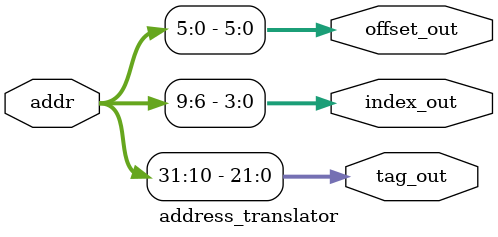
<source format=sv>
module address_translator #(
	parameter ADDR_WIDTH=32,
	parameter N_WAYS=2,
	parameter BLOCK_SIZE=128,
	parameter NUM_SETS=32, 
	parameter OFFSET_BITS=6,
	parameter INDEX_BITS=4,
	parameter TAG_BITS=22
	)(
	input logic [ADDR_WIDTH-1:0] addr, 
	output logic [TAG_BITS-1:0] tag_out, 
	output logic [INDEX_BITS-1:0] index_out,
	output logic [OFFSET_BITS-1:0] offset_out
	
);


	assign tag_out = addr[ADDR_WIDTH-1:ADDR_WIDTH-TAG_BITS];
	assign index_out = addr[(ADDR_WIDTH-TAG_BITS)-1:(ADDR_WIDTH-TAG_BITS)-INDEX_BITS];
	assign offset_out = addr[(ADDR_WIDTH-TAG_BITS-INDEX_BITS)-1:0];

endmodule
</source>
